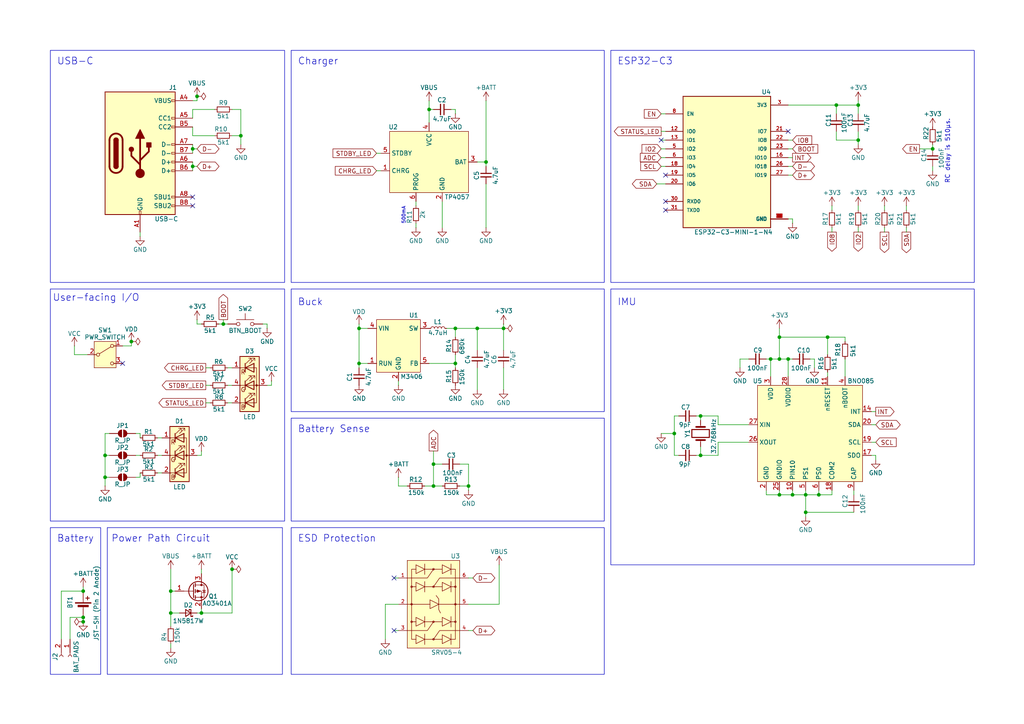
<source format=kicad_sch>
(kicad_sch (version 20231120) (generator "eeschema") (generator_version "8.0")
  (paper "A4")
  (lib_symbols
    (symbol "+3V3_1" (power) (pin_numbers hide) (pin_names (offset 0) hide)
      (property "Value" "+3V3" (at 0 3.556 0))
      (symbol "+3V3_1_1_1"
        (pin power_in line (at 0 0 90) (length 0) (name "~") (number "1"))
      )
    )
    (symbol "+BATT_1" (power) (pin_numbers hide) (pin_names (offset 0) hide)
      (property "Value" "+BATT" (at 0 3.556 0))
      (symbol "+BATT_1_1_1"
        (pin power_in line (at 0 0 90) (length 0) (name "~") (number "1"))
      )
    )
    (symbol "Connector:Conn_01x02_Socket" (pin_names (offset 1.016) hide)
      (property "Reference" "J" (at 0 2.54 0))
      (property "Value" "Conn_01x02_Socket" (at 0 -5.08 0))
      (symbol "Conn_01x02_Socket_1_1"
        (pin passive line (at -5.08 0 0) (length 3.81) (name "Pin_1") (number "1"))
        (pin passive line (at -5.08 -2.54 0) (length 3.81) (name "Pin_2") (number "2"))
      )
    )
    (symbol "GND_2" (power) (pin_numbers hide) (pin_names (offset 0) hide)
      (property "Value" "GND" (at 0 -3.81 0))
      (symbol "GND_2_1_1"
        (pin power_in line (at 0 0 270) (length 0) (name "~") (number "1"))
      )
    )
    (symbol "Topaz's Symbols:+3V3" (power) (pin_names (offset 0))
      (property "Value" "+3V3" (at 0 3.556 0))
      (symbol "+3V3_1_1"
        (pin power_in line (at 0 0 90) (length 0) hide (name "+3V3") (number "1"))
      )
    )
    (symbol "Topaz's Symbols:AO3401A" (pin_names hide)
      (property "Reference" "Q" (at 5.08 1.905 0))
      (property "Value" "AO3401A" (at 5.08 0 0))
      (symbol "AO3401A_1_1"
        (pin input line (at -5.08 0 0) (length 2.54) (name "G") (number "1"))
        (pin passive line (at 2.54 -5.08 90) (length 2.54) (name "S") (number "2"))
        (pin passive line (at 2.54 5.08 270) (length 2.54) (name "D") (number "3"))
      )
    )
    (symbol "Topaz's Symbols:BNO085"
      (property "Reference" "U" (at 0 0 0))
      (property "Value" "BNO085" (at 0 -2.54 0))
      (symbol "BNO085_1_1"
        (pin input line (at -5.08 -16.51 90) (length 2.54) (name "PIN10") (number "10"))
        (pin input line (at 5.08 16.51 270) (length 2.54) (name "nRESET") (number "11"))
        (pin bidirectional line (at 17.78 6.35 180) (length 2.54) (name "INT") (number "14"))
        (pin power_in line (at 17.78 -6.35 180) (length 2.54) (name "SDO") (number "17"))
        (pin input line (at 6.35 -16.51 90) (length 2.54) (name "COM2") (number "18"))
        (pin input line (at 17.78 -2.54 180) (length 2.54) (name "SCL") (number "19"))
        (pin power_in line (at -12.7 -16.51 90) (length 2.54) (name "GND") (number "2"))
        (pin bidirectional line (at 17.78 2.54 180) (length 2.54) (name "SDA") (number "20"))
        (pin power_in line (at -8.89 -16.51 90) (length 2.54) (name "GNDIO") (number "25"))
        (pin bidirectional line (at -17.78 -2.54 0) (length 2.54) (name "XOUT") (number "26"))
        (pin bidirectional line (at -17.78 2.54 0) (length 2.54) (name "XIN") (number "27"))
        (pin power_in line (at -6.35 16.51 270) (length 2.54) (name "VDDIO") (number "28"))
        (pin power_in line (at -11.43 16.51 270) (length 2.54) (name "VDD") (number "3"))
        (pin input line (at 10.16 16.51 270) (length 2.54) (name "nBOOT") (number "4"))
        (pin input line (at -1.27 -16.51 90) (length 2.54) (name "PS1") (number "5"))
        (pin input line (at 2.54 -16.51 90) (length 2.54) (name "PS0") (number "6"))
        (pin power_out line (at 12.7 -16.51 90) (length 2.54) (name "CAP") (number "9"))
      )
    )
    (symbol "Topaz's Symbols:Battery_Cell" (pin_numbers hide) (pin_names (offset 0) hide)
      (property "Reference" "BT" (at 2.54 2.54 0))
      (property "Value" "Battery_Cell" (at 2.54 0 0))
      (symbol "Battery_Cell_1_1"
        (pin passive line (at 0 5.08 270) (length 2.54) (name "+") (number "1"))
        (pin passive line (at 0 -2.54 90) (length 2.54) (name "-") (number "2"))
      )
    )
    (symbol "Topaz's Symbols:C_Small" (pin_numbers hide) (pin_names (offset 0.254) hide)
      (property "Reference" "C" (at 0.254 1.778 0))
      (property "Value" "C_Small" (at 0.254 -2.032 0))
      (symbol "C_Small_1_1"
        (pin passive line (at 0 2.54 270) (length 2.032) (name "~") (number "1"))
        (pin passive line (at 0 -2.54 90) (length 2.032) (name "~") (number "2"))
      )
    )
    (symbol "Topaz's Symbols:Crystal" (pin_numbers hide) (pin_names (offset 1.016) hide)
      (property "Reference" "Y" (at 0 3.81 0))
      (property "Value" "Crystal" (at 0 -3.81 0))
      (symbol "Crystal_1_1"
        (pin passive line (at -3.81 0 0) (length 1.27) (name "1") (number "1"))
        (pin passive line (at 3.81 0 180) (length 1.27) (name "2") (number "2"))
      )
    )
    (symbol "Topaz's Symbols:D_Schottky_Small" (pin_numbers hide) (pin_names (offset 0.254) hide)
      (property "Reference" "D" (at -1.27 2.032 0))
      (property "Value" "D_Schottky_Small" (at -7.112 -2.032 0))
      (symbol "D_Schottky_Small_1_1"
        (pin passive line (at -2.54 0 0) (length 1.778) (name "K") (number "1"))
        (pin passive line (at 2.54 0 180) (length 1.778) (name "A") (number "2"))
      )
    )
    (symbol "Topaz's Symbols:ESP32-C3-MINI-1-N4" (pin_names (offset 1.016))
      (property "Reference" "U" (at -12.7 18.796 0))
      (property "Value" "ESP32-C3-MINI-1-N4" (at -12.7 -22.86 0))
      (symbol "ESP32-C3-MINI-1-N4_0_0"
        (pin power_in line (at 17.78 -17.78 180) (length 5.08) (name "GND") (number "1"))
        (pin power_in line (at 17.78 -17.78 180) (length 5.08) (name "GND") (number "11"))
        (pin bidirectional line (at -17.78 7.62 0) (length 5.08) (name "IO0") (number "12"))
        (pin bidirectional line (at -17.78 5.08 0) (length 5.08) (name "IO1") (number "13"))
        (pin power_in line (at 17.78 -17.78 180) (length 5.08) (name "GND") (number "14"))
        (pin bidirectional line (at 17.78 0 180) (length 5.08) (name "IO10") (number "16"))
        (pin bidirectional line (at -17.78 -2.54 0) (length 5.08) (name "IO4") (number "18"))
        (pin bidirectional line (at -17.78 -5.08 0) (length 5.08) (name "IO5") (number "19"))
        (pin power_in line (at 17.78 -17.78 180) (length 5.08) (name "GND") (number "2"))
        (pin bidirectional line (at -17.78 -7.62 0) (length 5.08) (name "IO6") (number "20"))
        (pin bidirectional line (at 17.78 7.62 180) (length 5.08) (name "IO7") (number "21"))
        (pin bidirectional line (at 17.78 5.08 180) (length 5.08) (name "IO8") (number "22"))
        (pin bidirectional line (at 17.78 2.54 180) (length 5.08) (name "IO9") (number "23"))
        (pin bidirectional line (at 17.78 -2.54 180) (length 5.08) (name "IO18") (number "26"))
        (pin bidirectional line (at 17.78 -5.08 180) (length 5.08) (name "IO19") (number "27"))
        (pin power_in line (at 17.78 15.24 180) (length 5.08) (name "3V3") (number "3"))
        (pin bidirectional line (at -17.78 -12.7 0) (length 5.08) (name "RXD0") (number "30"))
        (pin bidirectional line (at -17.78 -15.24 0) (length 5.08) (name "TXD0") (number "31"))
        (pin power_in line (at 17.78 -17.78 180) (length 5.08) (name "GND") (number "36"))
        (pin power_in line (at 17.78 -17.78 180) (length 5.08) (name "GND") (number "37"))
        (pin power_in line (at 17.78 -17.78 180) (length 5.08) (name "GND") (number "38"))
        (pin power_in line (at 17.78 -17.78 180) (length 5.08) (name "GND") (number "39"))
        (pin power_in line (at 17.78 -17.78 180) (length 5.08) (name "GND") (number "40"))
        (pin power_in line (at 17.78 -17.78 180) (length 5.08) (name "GND") (number "41"))
        (pin power_in line (at 17.78 -17.78 180) (length 5.08) (name "GND") (number "42"))
        (pin power_in line (at 17.78 -17.78 180) (length 5.08) (name "GND") (number "43"))
        (pin power_in line (at 17.78 -17.78 180) (length 5.08) (name "GND") (number "44"))
        (pin power_in line (at 17.78 -17.78 180) (length 5.08) (name "GND") (number "45"))
        (pin power_in line (at 17.78 -17.78 180) (length 5.08) (name "GND") (number "46"))
        (pin power_in line (at 17.78 -17.78 180) (length 5.08) (name "GND") (number "47"))
        (pin power_in line (at 17.78 -17.78 180) (length 5.08) (name "GND") (number "48"))
        (pin bidirectional line (at -17.78 2.54 0) (length 5.08) (name "IO2") (number "5"))
        (pin power_in line (at 17.78 -17.78 180) (length 5.08) (name "GND") (number "50"))
        (pin power_in line (at 17.78 -17.78 180) (length 5.08) (name "GND") (number "51"))
        (pin power_in line (at 17.78 -17.78 180) (length 5.08) (name "GND") (number "52"))
        (pin power_in line (at 17.78 -17.78 180) (length 5.08) (name "GND") (number "53"))
        (pin bidirectional line (at -17.78 0 0) (length 5.08) (name "IO3") (number "6"))
        (pin input line (at -17.78 12.7 0) (length 5.08) (name "EN") (number "8"))
      )
      (symbol "ESP32-C3-MINI-1-N4_1_0"
        (pin power_in line (at 17.78 -17.78 180) (length 5.08) (name "GND") (number "49"))
      )
    )
    (symbol "Topaz's Symbols:GND" (power) (pin_names (offset 0))
      (property "Value" "GND" (at 0 -3.81 0))
      (symbol "GND_1_1"
        (pin power_in line (at 0 0 270) (length 0) hide (name "GND") (number "1"))
      )
    )
    (symbol "Topaz's Symbols:LED_RBAG" (pin_names (offset 0) hide)
      (property "Reference" "D" (at 0 9.398 0))
      (property "Value" "LED_RBAG" (at 0 -8.89 0))
      (symbol "LED_RBAG_0_0"
        (text "B" (at -1.905 -6.35 0) (effects (font (size 1.27 1.27))))
        (text "G" (at -1.905 -1.27 0) (effects (font (size 1.27 1.27))))
        (text "R" (at -1.905 3.81 0) (effects (font (size 1.27 1.27))))
      )
      (symbol "LED_RBAG_1_1"
        (pin passive line (at -5.08 5.08 0) (length 2.54) (name "RK") (number "1"))
        (pin passive line (at -5.08 -5.08 0) (length 2.54) (name "BK") (number "2"))
        (pin passive line (at 5.08 0 180) (length 2.54) (name "A") (number "3"))
        (pin passive line (at -5.08 0 0) (length 2.54) (name "GK") (number "4"))
      )
    )
    (symbol "Topaz's Symbols:L_Small" (pin_numbers hide) (pin_names (offset 0.254) hide)
      (property "Reference" "L" (at 0.762 1.016 0))
      (property "Value" "L_Small" (at 0.762 -1.016 0))
      (symbol "L_Small_1_1"
        (pin passive line (at 0 2.54 270) (length 0.508) (name "~") (number "1"))
        (pin passive line (at 0 -2.54 90) (length 0.508) (name "~") (number "2"))
      )
    )
    (symbol "Topaz's Symbols:M3406"
      (property "Reference" "U" (at -4.445 8.89 0))
      (property "Value" "M3406" (at 3.175 8.89 0))
      (symbol "M3406_1_1"
        (pin input line (at -8.89 -5.08 0) (length 2.54) (name "RUN") (number "1"))
        (pin power_in line (at 0 -10.16 90) (length 2.54) (name "GND") (number "2"))
        (pin output line (at 8.89 5.08 180) (length 2.54) (name "SW") (number "3"))
        (pin power_in line (at -8.89 5.08 0) (length 2.54) (name "VIN") (number "4"))
        (pin input line (at 8.89 -5.08 180) (length 2.54) (name "FB") (number "5"))
      )
    )
    (symbol "Topaz's Symbols:PWR_FLAG" (power) (pin_numbers hide) (pin_names (offset 0) hide)
      (property "Value" "PWR_FLAG" (at 0 3.81 0))
      (symbol "PWR_FLAG_0_0"
        (pin power_out line (at 0 0 90) (length 0) (name "~") (number "1"))
      )
    )
    (symbol "Topaz's Symbols:R_Small" (pin_numbers hide) (pin_names (offset 0.254) hide)
      (property "Reference" "R" (at 0.762 0.508 0))
      (property "Value" "R_Small" (at 0.762 -1.016 0))
      (symbol "R_Small_1_1"
        (pin passive line (at 0 2.54 270) (length 0.762) (name "~") (number "1"))
        (pin passive line (at 0 -2.54 90) (length 0.762) (name "~") (number "2"))
      )
    )
    (symbol "Topaz's Symbols:SRV05-4_C558418" (pin_names hide)
      (property "Reference" "U" (at 0 1.27 0))
      (property "Value" "SRV05-4_C558418" (at 0 -2.54 0))
      (symbol "SRV05-4_C558418_1_1"
        (pin input line (at -7.62 -10.16 90) (length 2.54) (name "1") (number "1"))
        (pin power_in line (at 0 -10.16 90) (length 2.54) (name "2") (number "2"))
        (pin input line (at 7.62 -10.16 90) (length 2.54) (name "3") (number "3"))
        (pin input line (at 7.62 10.16 270) (length 2.54) (name "4") (number "4"))
        (pin power_in line (at 0 10.16 270) (length 2.54) (name "5") (number "5"))
        (pin input line (at -7.62 10.16 270) (length 2.54) (name "6") (number "6"))
      )
    )
    (symbol "Topaz's Symbols:SW_Push" (pin_numbers hide) (pin_names (offset 1.016) hide)
      (property "Reference" "SW" (at 1.27 2.54 0))
      (property "Value" "SW_Push" (at 0 -1.524 0))
      (symbol "SW_Push_0_1"
        (pin passive line (at -5.08 0 0) (length 2.54) (name "1") (number "1"))
        (pin passive line (at 5.08 0 180) (length 2.54) (name "2") (number "2"))
      )
    )
    (symbol "Topaz's Symbols:SW_SPDT" (pin_names (offset 0) hide)
      (property "Reference" "SW" (at 0 5.08 0))
      (property "Value" "SW_SPDT" (at 0 -5.08 0))
      (symbol "SW_SPDT_1_1"
        (pin passive line (at 5.08 2.54 180) (length 2.54) (name "A") (number "1"))
        (pin passive line (at -5.08 0 0) (length 2.54) (name "B") (number "2"))
        (pin passive line (at 5.08 -2.54 180) (length 2.54) (name "C") (number "3"))
      )
    )
    (symbol "Topaz's Symbols:SolderJumper_2_Open" (pin_numbers hide) (pin_names (offset 0) hide) (exclude_from_sim yes) (in_bom no)
      (property "Reference" "JP" (at 0 2.032 0))
      (property "Value" "SolderJumper_2_Open" (at 0 -2.54 0))
      (symbol "SolderJumper_2_Open_1_1"
        (pin passive line (at -3.81 0 0) (length 2.54) (name "A") (number "1"))
        (pin passive line (at 3.81 0 180) (length 2.54) (name "B") (number "2"))
      )
    )
    (symbol "Topaz's Symbols:TP4057"
      (property "Reference" "U" (at 10.668 10.16 0))
      (property "Value" "TP4057" (at -8.128 9.906 0))
      (symbol "TP4057_1_1"
        (pin input line (at -13.97 -2.54 0) (length 2.54) (name "CHRG") (number "1"))
        (pin power_in line (at 3.81 -11.43 90) (length 2.54) (name "GND") (number "2"))
        (pin power_out line (at 13.97 0 180) (length 2.54) (name "BAT") (number "3"))
        (pin power_in line (at 0 11.43 270) (length 2.54) (name "VCC") (number "4"))
        (pin input line (at -13.97 2.54 0) (length 2.54) (name "STDBY") (number "5"))
        (pin input line (at -3.81 -11.43 90) (length 2.54) (name "PROG") (number "6"))
      )
    )
    (symbol "Topaz's Symbols:USB_C_Receptacle_USB2.0" (pin_names (offset 1.016))
      (property "Reference" "J1" (at 0 22.86 0))
      (property "Value" "USB_C_Receptacle_USB2.0" (at 0 20.32 0))
      (symbol "USB_C_Receptacle_USB2.0_1_1"
        (pin passive line (at 0 -22.86 90) (length 5.08) (name "GND") (number "A1"))
        (pin passive line (at 15.24 15.24 180) (length 5.08) (name "VBUS") (number "A4"))
        (pin bidirectional line (at 15.24 10.16 180) (length 5.08) (name "CC1") (number "A5"))
        (pin bidirectional line (at 15.24 -2.54 180) (length 5.08) (name "D+") (number "A6"))
        (pin bidirectional line (at 15.24 2.54 180) (length 5.08) (name "D-") (number "A7"))
        (pin bidirectional line (at 15.24 -12.7 180) (length 5.08) (name "SBU1") (number "A8"))
        (pin bidirectional line (at 15.24 7.62 180) (length 5.08) (name "CC2") (number "B5"))
        (pin bidirectional line (at 15.24 -5.08 180) (length 5.08) (name "D+") (number "B6"))
        (pin bidirectional line (at 15.24 0 180) (length 5.08) (name "D-") (number "B7"))
        (pin bidirectional line (at 15.24 -15.24 180) (length 5.08) (name "SBU2") (number "B8"))
      )
    )
    (symbol "Topaz's Symbols:VCC" (power) (pin_numbers hide) (pin_names (offset 0) hide)
      (property "Value" "VCC" (at 0 3.556 0))
      (symbol "VCC_1_1"
        (pin power_in line (at 0 0 90) (length 0) (name "~") (number "1"))
      )
    )
    (symbol "Topaz's Symbols:VDD" (power) (pin_numbers hide) (pin_names (offset 0) hide)
      (property "Value" "VDD" (at 0 3.556 0))
      (symbol "VDD_1_1"
        (pin power_in line (at 0 0 90) (length 0) (name "~") (number "1"))
      )
    )
    (symbol "VBUS_1" (power) (pin_numbers hide) (pin_names (offset 0) hide)
      (property "Value" "VBUS" (at 0 3.556 0))
      (symbol "VBUS_1_1_1"
        (pin power_in line (at 0 0 90) (length 0) (name "~") (number "1"))
      )
    )
    (symbol "VBUS_2" (power) (pin_numbers hide) (pin_names (offset 0) hide)
      (property "Value" "VBUS" (at 0 3.556 0))
      (symbol "VBUS_2_1_1"
        (pin power_in line (at 0 0 90) (length 0) (name "~") (number "1"))
      )
    )
  )
  (junction (at 49.53 177.8))
  (junction (at 233.68 148.59))
  (junction (at 49.53 171.45))
  (junction (at 58.42 177.8))
  (junction (at 135.89 140.97))
  (junction (at 30.48 138.43))
  (junction (at 38.1 99.06))
  (junction (at 24.13 180.34))
  (junction (at 242.57 30.48))
  (junction (at 138.43 95.25))
  (junction (at 240.03 97.79))
  (junction (at 132.08 105.41))
  (junction (at 55.88 48.26))
  (junction (at 237.49 143.51))
  (junction (at 203.2 132.08))
  (junction (at 67.31 165.1))
  (junction (at 248.92 40.64))
  (junction (at 270.51 43.18))
  (junction (at 223.52 104.14))
  (junction (at 124.46 31.75))
  (junction (at 229.87 143.51))
  (junction (at 69.85 39.37))
  (junction (at 248.92 30.48))
  (junction (at 195.58 125.73))
  (junction (at 30.48 132.08))
  (junction (at 146.05 95.25))
  (junction (at 104.14 105.41))
  (junction (at 132.08 95.25))
  (junction (at 64.77 93.98))
  (junction (at 55.88 43.18))
  (junction (at 125.73 134.62))
  (junction (at 57.15 27.94))
  (junction (at 226.06 143.51))
  (junction (at 228.6 104.14))
  (junction (at 203.2 120.65))
  (junction (at 233.68 143.51))
  (junction (at 226.06 97.79))
  (junction (at 104.14 95.25))
  (junction (at 125.73 140.97))
  (junction (at 24.13 171.45))
  (junction (at 24.13 179.07))
  (junction (at 140.97 46.99))
  (junction (at 226.06 104.14))
  (no_connect (at 55.88 57.15))
  (no_connect (at 193.04 58.42))
  (no_connect (at 191.77 40.64))
  (no_connect (at 193.04 60.96))
  (no_connect (at 55.88 59.69))
  (no_connect (at 193.04 50.8))
  (no_connect (at 228.6 38.1))
  (no_connect (at 114.3 167.64))
  (no_connect (at 35.56 105.41))
  (no_connect (at 114.3 182.88))
  (wire (pts (xy 208.28 123.19) (xy 208.28 120.65)))
  (wire (pts (xy 191.77 43.18) (xy 193.04 43.18)))
  (wire (pts (xy 115.57 110.49) (xy 115.57 111.76)))
  (wire (pts (xy 135.89 142.24) (xy 135.89 140.97)))
  (wire (pts (xy 228.6 109.22) (xy 228.6 104.14)))
  (wire (pts (xy 228.6 63.5) (xy 229.87 63.5)))
  (wire (pts (xy 63.5 93.98) (xy 64.77 93.98)))
  (wire (pts (xy 39.37 132.08) (xy 40.64 132.08)))
  (wire (pts (xy 59.69 111.76) (xy 60.96 111.76)))
  (wire (pts (xy 111.76 185.42) (xy 111.76 175.26)))
  (wire (pts (xy 248.92 33.02) (xy 248.92 30.48)))
  (wire (pts (xy 248.92 40.64) (xy 248.92 41.91)))
  (wire (pts (xy 55.88 39.37) (xy 55.88 36.83)))
  (wire (pts (xy 138.43 95.25) (xy 146.05 95.25)))
  (wire (pts (xy 49.53 177.8) (xy 49.53 181.61)))
  (wire (pts (xy 25.4 102.87) (xy 21.59 102.87)))
  (wire (pts (xy 248.92 67.31) (xy 248.92 66.04)))
  (wire (pts (xy 58.42 177.8) (xy 58.42 176.53)))
  (wire (pts (xy 20.32 185.42) (xy 20.32 179.07)))
  (wire (pts (xy 140.97 46.99) (xy 140.97 48.26)))
  (wire (pts (xy 35.56 100.33) (xy 38.1 100.33)))
  (wire (pts (xy 270.51 41.91) (xy 270.51 43.18)))
  (wire (pts (xy 208.28 120.65) (xy 203.2 120.65)))
  (wire (pts (xy 208.28 132.08) (xy 203.2 132.08)))
  (wire (pts (xy 241.3 67.31) (xy 241.3 66.04)))
  (wire (pts (xy 57.15 92.71) (xy 57.15 93.98)))
  (wire (pts (xy 49.53 177.8) (xy 52.07 177.8)))
  (wire (pts (xy 20.32 179.07) (xy 24.13 179.07)))
  (wire (pts (xy 125.73 140.97) (xy 128.27 140.97)))
  (wire (pts (xy 55.88 43.18) (xy 57.15 43.18)))
  (wire (pts (xy 76.2 93.98) (xy 77.47 93.98)))
  (wire (pts (xy 138.43 106.68) (xy 138.43 113.03)))
  (wire (pts (xy 124.46 31.75) (xy 125.73 31.75)))
  (wire (pts (xy 66.04 116.84) (xy 67.31 116.84)))
  (wire (pts (xy 228.6 40.64) (xy 229.87 40.64)))
  (wire (pts (xy 270.51 48.26) (xy 270.51 49.53)))
  (wire (pts (xy 144.78 163.83) (xy 144.78 175.26)))
  (wire (pts (xy 217.17 128.27) (xy 208.28 128.27)))
  (wire (pts (xy 58.42 165.1) (xy 58.42 166.37)))
  (wire (pts (xy 49.53 171.45) (xy 49.53 177.8)))
  (wire (pts (xy 30.48 125.73) (xy 30.48 132.08)))
  (wire (pts (xy 57.15 177.8) (xy 58.42 177.8)))
  (wire (pts (xy 223.52 109.22) (xy 223.52 104.14)))
  (wire (pts (xy 49.53 186.69) (xy 49.53 187.96)))
  (wire (pts (xy 120.65 64.77) (xy 120.65 66.04)))
  (wire (pts (xy 31.75 125.73) (xy 30.48 125.73)))
  (wire (pts (xy 234.95 104.14) (xy 236.22 104.14)))
  (wire (pts (xy 233.68 148.59) (xy 247.65 148.59)))
  (wire (pts (xy 77.47 93.98) (xy 77.47 95.25)))
  (wire (pts (xy 62.23 39.37) (xy 55.88 39.37)))
  (wire (pts (xy 77.47 111.76) (xy 78.74 111.76)))
  (wire (pts (xy 24.13 170.18) (xy 24.13 171.45)))
  (wire (pts (xy 195.58 125.73) (xy 195.58 132.08)))
  (wire (pts (xy 114.3 182.88) (xy 115.57 182.88)))
  (wire (pts (xy 233.68 149.86) (xy 233.68 148.59)))
  (wire (pts (xy 38.1 100.33) (xy 38.1 99.06)))
  (wire (pts (xy 222.25 143.51) (xy 226.06 143.51)))
  (wire (pts (xy 128.27 58.42) (xy 128.27 66.04)))
  (wire (pts (xy 237.49 143.51) (xy 237.49 142.24)))
  (wire (pts (xy 133.35 140.97) (xy 135.89 140.97)))
  (wire (pts (xy 67.31 31.75) (xy 69.85 31.75)))
  (wire (pts (xy 195.58 132.08) (xy 196.85 132.08)))
  (wire (pts (xy 245.11 99.06) (xy 245.11 97.79)))
  (wire (pts (xy 252.73 128.27) (xy 254 128.27)))
  (wire (pts (xy 66.04 111.76) (xy 67.31 111.76)))
  (wire (pts (xy 125.73 140.97) (xy 123.19 140.97)))
  (wire (pts (xy 228.6 30.48) (xy 242.57 30.48)))
  (wire (pts (xy 30.48 132.08) (xy 31.75 132.08)))
  (wire (pts (xy 69.85 31.75) (xy 69.85 39.37)))
  (wire (pts (xy 233.68 143.51) (xy 233.68 142.24)))
  (wire (pts (xy 55.88 43.18) (xy 55.88 41.91)))
  (wire (pts (xy 59.69 116.84) (xy 60.96 116.84)))
  (wire (pts (xy 191.77 125.73) (xy 195.58 125.73)))
  (wire (pts (xy 144.78 175.26) (xy 135.89 175.26)))
  (wire (pts (xy 55.88 48.26) (xy 57.15 48.26)))
  (wire (pts (xy 39.37 138.43) (xy 40.64 138.43)))
  (wire (pts (xy 214.63 104.14) (xy 214.63 106.68)))
  (wire (pts (xy 64.77 92.71) (xy 64.77 93.98)))
  (wire (pts (xy 50.8 171.45) (xy 49.53 171.45)))
  (wire (pts (xy 229.87 143.51) (xy 233.68 143.51)))
  (wire (pts (xy 203.2 120.65) (xy 203.2 121.92)))
  (wire (pts (xy 55.88 44.45) (xy 55.88 43.18)))
  (wire (pts (xy 104.14 95.25) (xy 104.14 105.41)))
  (wire (pts (xy 138.43 95.25) (xy 138.43 101.6)))
  (wire (pts (xy 40.64 138.43) (xy 40.64 137.16)))
  (wire (pts (xy 228.6 43.18) (xy 229.87 43.18)))
  (wire (pts (xy 125.73 134.62) (xy 125.73 140.97)))
  (wire (pts (xy 125.73 130.81) (xy 125.73 134.62)))
  (wire (pts (xy 59.69 106.68) (xy 60.96 106.68)))
  (wire (pts (xy 254 132.08) (xy 254 133.35)))
  (wire (pts (xy 55.88 31.75) (xy 55.88 34.29)))
  (wire (pts (xy 40.64 68.58) (xy 40.64 67.31)))
  (wire (pts (xy 132.08 97.79) (xy 132.08 95.25)))
  (wire (pts (xy 104.14 93.98) (xy 104.14 95.25)))
  (wire (pts (xy 57.15 93.98) (xy 58.42 93.98)))
  (wire (pts (xy 191.77 40.64) (xy 193.04 40.64)))
  (wire (pts (xy 228.6 45.72) (xy 229.87 45.72)))
  (wire (pts (xy 69.85 41.91) (xy 69.85 39.37)))
  (wire (pts (xy 132.08 105.41) (xy 132.08 106.68)))
  (wire (pts (xy 125.73 134.62) (xy 128.27 134.62)))
  (wire (pts (xy 228.6 104.14) (xy 229.87 104.14)))
  (wire (pts (xy 104.14 95.25) (xy 106.68 95.25)))
  (wire (pts (xy 120.65 58.42) (xy 120.65 59.69)))
  (wire (pts (xy 130.81 31.75) (xy 132.08 31.75)))
  (wire (pts (xy 252.73 123.19) (xy 254 123.19)))
  (wire (pts (xy 236.22 104.14) (xy 236.22 106.68)))
  (wire (pts (xy 252.73 132.08) (xy 254 132.08)))
  (wire (pts (xy 137.16 182.88) (xy 135.89 182.88)))
  (wire (pts (xy 66.04 93.98) (xy 64.77 93.98)))
  (wire (pts (xy 262.89 67.31) (xy 262.89 66.04)))
  (wire (pts (xy 140.97 53.34) (xy 140.97 66.04)))
  (wire (pts (xy 140.97 29.21) (xy 140.97 46.99)))
  (wire (pts (xy 240.03 107.95) (xy 240.03 109.22)))
  (wire (pts (xy 242.57 30.48) (xy 248.92 30.48)))
  (wire (pts (xy 58.42 177.8) (xy 67.31 177.8)))
  (wire (pts (xy 223.52 104.14) (xy 222.25 104.14)))
  (wire (pts (xy 40.64 125.73) (xy 40.64 127)))
  (wire (pts (xy 229.87 143.51) (xy 229.87 142.24)))
  (wire (pts (xy 242.57 40.64) (xy 242.57 38.1)))
  (wire (pts (xy 111.76 175.26) (xy 115.57 175.26)))
  (wire (pts (xy 17.78 185.42) (xy 17.78 171.45)))
  (wire (pts (xy 124.46 105.41) (xy 132.08 105.41)))
  (wire (pts (xy 217.17 104.14) (xy 214.63 104.14)))
  (wire (pts (xy 245.11 104.14) (xy 245.11 109.22)))
  (wire (pts (xy 45.72 132.08) (xy 46.99 132.08)))
  (wire (pts (xy 24.13 180.34) (xy 24.13 179.07)))
  (wire (pts (xy 195.58 120.65) (xy 195.58 125.73)))
  (wire (pts (xy 132.08 95.25) (xy 138.43 95.25)))
  (wire (pts (xy 226.06 104.14) (xy 226.06 97.79)))
  (wire (pts (xy 129.54 95.25) (xy 132.08 95.25)))
  (wire (pts (xy 248.92 29.21) (xy 248.92 30.48)))
  (wire (pts (xy 245.11 97.79) (xy 240.03 97.79)))
  (wire (pts (xy 242.57 40.64) (xy 248.92 40.64)))
  (wire (pts (xy 233.68 143.51) (xy 237.49 143.51)))
  (wire (pts (xy 228.6 104.14) (xy 226.06 104.14)))
  (wire (pts (xy 252.73 119.38) (xy 254 119.38)))
  (wire (pts (xy 69.85 39.37) (xy 67.31 39.37)))
  (wire (pts (xy 49.53 171.45) (xy 49.53 165.1)))
  (wire (pts (xy 256.54 67.31) (xy 256.54 66.04)))
  (wire (pts (xy 133.35 134.62) (xy 135.89 134.62)))
  (wire (pts (xy 241.3 143.51) (xy 241.3 142.24)))
  (wire (pts (xy 114.3 167.64) (xy 115.57 167.64)))
  (wire (pts (xy 30.48 132.08) (xy 30.48 138.43)))
  (wire (pts (xy 109.22 44.45) (xy 110.49 44.45)))
  (wire (pts (xy 266.7 43.18) (xy 270.51 43.18)))
  (wire (pts (xy 137.16 167.64) (xy 135.89 167.64)))
  (wire (pts (xy 30.48 138.43) (xy 31.75 138.43)))
  (wire (pts (xy 124.46 31.75) (xy 124.46 35.56)))
  (wire (pts (xy 248.92 60.96) (xy 248.92 59.69)))
  (wire (pts (xy 190.5 53.34) (xy 193.04 53.34)))
  (wire (pts (xy 191.77 33.02) (xy 193.04 33.02)))
  (wire (pts (xy 138.43 46.99) (xy 140.97 46.99)))
  (wire (pts (xy 146.05 95.25) (xy 146.05 101.6)))
  (wire (pts (xy 233.68 143.51) (xy 233.68 148.59)))
  (wire (pts (xy 237.49 143.51) (xy 241.3 143.51)))
  (wire (pts (xy 39.37 125.73) (xy 40.64 125.73)))
  (wire (pts (xy 229.87 63.5) (xy 229.87 64.77)))
  (wire (pts (xy 124.46 29.21) (xy 124.46 31.75)))
  (wire (pts (xy 55.88 31.75) (xy 62.23 31.75)))
  (wire (pts (xy 201.93 120.65) (xy 203.2 120.65)))
  (wire (pts (xy 228.6 50.8) (xy 229.87 50.8)))
  (wire (pts (xy 195.58 120.65) (xy 196.85 120.65)))
  (wire (pts (xy 57.15 27.94) (xy 57.15 29.21)))
  (wire (pts (xy 146.05 93.98) (xy 146.05 95.25)))
  (wire (pts (xy 223.52 104.14) (xy 226.06 104.14)))
  (wire (pts (xy 262.89 60.96) (xy 262.89 59.69)))
  (wire (pts (xy 242.57 33.02) (xy 242.57 30.48)))
  (wire (pts (xy 55.88 46.99) (xy 55.88 48.26)))
  (wire (pts (xy 104.14 106.68) (xy 104.14 105.41)))
  (wire (pts (xy 226.06 143.51) (xy 229.87 143.51)))
  (wire (pts (xy 203.2 132.08) (xy 203.2 129.54)))
  (wire (pts (xy 17.78 171.45) (xy 24.13 171.45)))
  (wire (pts (xy 57.15 29.21) (xy 55.88 29.21)))
  (wire (pts (xy 217.17 123.19) (xy 208.28 123.19)))
  (wire (pts (xy 57.15 132.08) (xy 58.42 132.08)))
  (wire (pts (xy 21.59 102.87) (xy 21.59 100.33)))
  (wire (pts (xy 191.77 38.1) (xy 193.04 38.1)))
  (wire (pts (xy 115.57 140.97) (xy 118.11 140.97)))
  (wire (pts (xy 228.6 48.26) (xy 229.87 48.26)))
  (wire (pts (xy 45.72 137.16) (xy 46.99 137.16)))
  (wire (pts (xy 109.22 49.53) (xy 110.49 49.53)))
  (wire (pts (xy 55.88 48.26) (xy 55.88 49.53)))
  (wire (pts (xy 58.42 130.81) (xy 58.42 132.08)))
  (wire (pts (xy 240.03 102.87) (xy 240.03 97.79)))
  (wire (pts (xy 226.06 143.51) (xy 226.06 142.24)))
  (wire (pts (xy 241.3 60.96) (xy 241.3 59.69)))
  (wire (pts (xy 191.77 48.26) (xy 193.04 48.26)))
  (wire (pts (xy 67.31 165.1) (xy 67.31 177.8)))
  (wire (pts (xy 208.28 128.27) (xy 208.28 132.08)))
  (wire (pts (xy 146.05 106.68) (xy 146.05 113.03)))
  (wire (pts (xy 45.72 127) (xy 46.99 127)))
  (wire (pts (xy 78.74 110.49) (xy 78.74 111.76)))
  (wire (pts (xy 256.54 60.96) (xy 256.54 59.69)))
  (wire (pts (xy 248.92 38.1) (xy 248.92 40.64)))
  (wire (pts (xy 201.93 132.08) (xy 203.2 132.08)))
  (wire (pts (xy 132.08 31.75) (xy 132.08 33.02)))
  (wire (pts (xy 104.14 105.41) (xy 106.68 105.41)))
  (wire (pts (xy 30.48 138.43) (xy 30.48 140.97)))
  (wire (pts (xy 115.57 138.43) (xy 115.57 140.97)))
  (wire (pts (xy 132.08 105.41) (xy 132.08 102.87)))
  (wire (pts (xy 66.04 106.68) (xy 67.31 106.68)))
  (wire (pts (xy 226.06 95.25) (xy 226.06 97.79)))
  (wire (pts (xy 240.03 97.79) (xy 226.06 97.79)))
  (wire (pts (xy 191.77 45.72) (xy 193.04 45.72)))
  (wire (pts (xy 222.25 142.24) (xy 222.25 143.51)))
  (wire (pts (xy 135.89 134.62) (xy 135.89 140.97)))
  (wire (pts (xy 247.65 142.24) (xy 247.65 143.51)))
  (rectangle (start 14.605 153.035) (end 29.21 195.58))
  (rectangle (start 31.115 153.035) (end 81.915 195.58))
  (rectangle (start 84.455 153.035) (end 175.26 195.58))
  (rectangle (start 14.605 14.605) (end 82.55 81.915))
  (rectangle (start 177.165 14.605) (end 282.575 81.915))
  (rectangle (start 84.455 83.82) (end 175.26 119.38))
  (rectangle (start 84.455 121.285) (end 175.26 151.13))
  (rectangle (start 14.605 83.82) (end 82.55 151.13))
  (rectangle (start 84.455 14.605) (end 175.26 81.915))
  (rectangle (start 177.165 83.82) (end 282.575 163.83))
  (text "USB-C" (at 16.51 19.05 0) (effects (font (size 2 2)) (justify left bottom)))
  (text "RC delay is 510µs." (at 275.59 53.34 90) (effects (font (size 1.27 1.27)) (justify left bottom)))
  (text "Buck" (at 86.36 88.9 0) (effects (font (size 2 2)) (justify left bottom)))
  (text "User-facing I/O" (at 15.24 87.63 0) (effects (font (size 2 2)) (justify left bottom)))
  (text "ESP32-C3" (at 179.07 19.05 0) (effects (font (size 2 2)) (justify left bottom)))
  (text "500mA" (at 117.094 62.484 90) (effects (font (size 1 1))))
  (text "ESD Protection" (at 86.36 157.48 0) (effects (font (size 2 2)) (justify left bottom)))
  (text "Charger" (at 86.36 19.05 0) (effects (font (size 2 2)) (justify left bottom)))
  (text "Power Path Circuit" (at 32.258 157.48 0) (effects (font (size 2 2)) (justify left bottom)))
  (text "Battery Sense" (at 86.36 125.73 0) (effects (font (size 2 2)) (justify left bottom)))
  (text "Battery" (at 16.51 157.48 0) (effects (font (size 2 2)) (justify left bottom)))
  (text "IMU" (at 179.07 88.9 0) (effects (font (size 2 2)) (justify left bottom)))
  (global_label "BOOT" (shape output) (at 64.77 92.71 90) (property "Intersheetrefs" "${INTERSHEET_REFS}" (effects (hide yes))))
  (global_label "STDBY_LED" (shape input) (at 109.22 44.45 180) (property "Intersheetrefs" "${INTERSHEET_REFS}" (effects (hide yes))))
  (global_label "SCL" (shape output) (at 256.54 67.31 270) (property "Intersheetrefs" "${INTERSHEET_REFS}" (effects (hide yes))))
  (global_label "STATUS_LED" (shape output) (at 191.77 38.1 180) (property "Intersheetrefs" "${INTERSHEET_REFS}" (effects (hide yes))))
  (global_label "D-" (shape bidirectional) (at 57.15 43.18 0) (property "Intersheetrefs" "${INTERSHEET_REFS}" (effects (hide yes))))
  (global_label "ADC" (shape input) (at 191.77 45.72 180) (property "Intersheetrefs" "${INTERSHEET_REFS}" (effects (hide yes))))
  (global_label "IO2" (shape input) (at 191.77 43.18 180) (property "Intersheetrefs" "${INTERSHEET_REFS}" (effects (hide yes))))
  (global_label "D+" (shape bidirectional) (at 57.15 48.26 0) (property "Intersheetrefs" "${INTERSHEET_REFS}" (effects (hide yes))))
  (global_label "INT" (shape output) (at 229.87 45.72 0) (property "Intersheetrefs" "${INTERSHEET_REFS}" (effects (hide yes))))
  (global_label "D+" (shape bidirectional) (at 137.16 182.88 0) (property "Intersheetrefs" "${INTERSHEET_REFS}" (effects (hide yes))))
  (global_label "CHRG_LED" (shape input) (at 109.22 49.53 180) (property "Intersheetrefs" "${INTERSHEET_REFS}" (effects (hide yes))))
  (global_label "IO8" (shape input) (at 229.87 40.64 0) (property "Intersheetrefs" "${INTERSHEET_REFS}" (effects (hide yes))))
  (global_label "IO8" (shape output) (at 241.3 67.31 270) (property "Intersheetrefs" "${INTERSHEET_REFS}" (effects (hide yes))))
  (global_label "EN" (shape input) (at 191.77 33.02 180) (property "Intersheetrefs" "${INTERSHEET_REFS}" (effects (hide yes))))
  (global_label "SDA" (shape bidirectional) (at 190.5 53.34 180) (property "Intersheetrefs" "${INTERSHEET_REFS}" (effects (hide yes))))
  (global_label "INT" (shape output) (at 254 119.38 0) (property "Intersheetrefs" "${INTERSHEET_REFS}" (effects (hide yes))))
  (global_label "D+" (shape bidirectional) (at 229.87 50.8 0) (property "Intersheetrefs" "${INTERSHEET_REFS}" (effects (hide yes))))
  (global_label "SCL" (shape input) (at 254 128.27 0) (property "Intersheetrefs" "${INTERSHEET_REFS}" (effects (hide yes))))
  (global_label "STATUS_LED" (shape output) (at 59.69 116.84 180) (property "Intersheetrefs" "${INTERSHEET_REFS}" (effects (hide yes))))
  (global_label "SCL" (shape input) (at 191.77 48.26 180) (property "Intersheetrefs" "${INTERSHEET_REFS}" (effects (hide yes))))
  (global_label "IO2" (shape output) (at 248.92 67.31 270) (property "Intersheetrefs" "${INTERSHEET_REFS}" (effects (hide yes))))
  (global_label "STDBY_LED" (shape output) (at 59.69 111.76 180) (property "Intersheetrefs" "${INTERSHEET_REFS}" (effects (hide yes))))
  (global_label "SDA" (shape output) (at 262.89 67.31 270) (property "Intersheetrefs" "${INTERSHEET_REFS}" (effects (hide yes))))
  (global_label "D-" (shape bidirectional) (at 229.87 48.26 0) (property "Intersheetrefs" "${INTERSHEET_REFS}" (effects (hide yes))))
  (global_label "ADC" (shape output) (at 125.73 130.81 90) (property "Intersheetrefs" "${INTERSHEET_REFS}" (effects (hide yes))))
  (global_label "BOOT" (shape input) (at 229.87 43.18 0) (property "Intersheetrefs" "${INTERSHEET_REFS}" (effects (hide yes))))
  (global_label "SDA" (shape bidirectional) (at 254 123.19 0) (property "Intersheetrefs" "${INTERSHEET_REFS}" (effects (hide yes))))
  (global_label "CHRG_LED" (shape output) (at 59.69 106.68 180) (property "Intersheetrefs" "${INTERSHEET_REFS}" (effects (hide yes))))
  (global_label "EN" (shape output) (at 266.7 43.18 180) (property "Intersheetrefs" "${INTERSHEET_REFS}" (effects (hide yes))))
  (global_label "D-" (shape bidirectional) (at 137.16 167.64 0) (property "Intersheetrefs" "${INTERSHEET_REFS}" (effects (hide yes))))
  (symbol (lib_id "Topaz's Symbols:Crystal") (at 203.2 125.73 90) (unit 1)
    (property "Reference" "Y1" (at 199.39 124.46 0) (effects (justify right)))
    (property "Value" "32.768kHz" (at 207.01 121.412 0) (effects (justify right)))
    (property "Footprint" "Topaz's Footprints:Crystal_SMD_3215-2Pin_3.2x1.5mm" (effects (hide yes)))
    (property "MPN" "C479190" (effects (hide yes)))
  )
  (symbol (lib_id "Topaz's Symbols:C_Small") (at 130.81 134.62 270) (mirror x) (unit 1)
    (property "Reference" "C3" (at 129.54 132.08 90) (effects (justify left)))
    (property "Value" "100nF" (at 128.27 137.16 90) (effects (justify left)))
    (property "Footprint" "Topaz's Footprints:C_0603_1608Metric" (effects (hide yes)))
    (property "MPN" "C14663" (effects (hide yes)))
  )
  (symbol (lib_id "Topaz's Symbols:C_Small") (at 248.92 35.56 0) (unit 1)
    (property "Reference" "C13" (at 246.634 36.83 90) (effects (justify left)))
    (property "Value" "4.7uF" (at 251.46 38.354 90) (effects (justify left)))
    (property "Footprint" "Topaz's Footprints:C_0603_1608Metric" (effects (hide yes)))
    (property "MPN" "C19666" (effects (hide yes)))
  )
  (symbol (lib_name "GND_2") (lib_id "Topaz's Symbols:GND_2") (at 270.51 49.53 0) (unit 1)
    (property "Reference" "#PWR048" (effects (hide yes)))
    (property "Value" "GND" (at 270.51 53.34 0))
    (property "Description" "Power symbol creates a global label with name \"GND\" , ground" (effects (hide yes)))
  )
  (symbol (lib_id "Topaz's Symbols:R_Small") (at 256.54 63.5 180) (unit 1)
    (property "Reference" "R20" (at 254.635 63.5 90))
    (property "Value" "5k1" (at 258.445 63.5 90))
    (property "Footprint" "Topaz's Footprints:R_0603_1608Metric" (effects (hide yes)))
    (property "MPN" "C23186" (effects (hide yes)))
  )
  (symbol (lib_id "Topaz's Symbols:D_Schottky_Small") (at 54.61 177.8 180) (unit 1)
    (property "Reference" "D2" (at 54.61 175.514 0))
    (property "Value" "1N5817W" (at 54.61 180.086 0))
    (property "Footprint" "Topaz's Footprints:D_SOD-123" (effects (hide yes)))
    (property "Description" "Schottky diode, small symbol" (effects (hide yes)))
    (property "MPN" "C2828419" (effects (hide yes)))
  )
  (symbol (lib_name "+3V3_1") (lib_id "Topaz's Symbols:+3V3_1") (at 256.54 59.69 0) (unit 1)
    (property "Reference" "#PWR045" (effects (hide yes)))
    (property "Value" "+3V3" (at 256.54 55.88 0))
    (property "Description" "Power symbol creates a global label with name \"+3V3\"" (effects (hide yes)))
  )
  (symbol (lib_id "Topaz's Symbols:+3V3") (at 226.06 95.25 0) (unit 1)
    (property "Reference" "#PWR036" (effects (hide yes)))
    (property "Value" "+3V3" (at 226.06 91.44 0))
  )
  (symbol (lib_id "Topaz's Symbols:GND") (at 233.68 149.86 0) (unit 1)
    (property "Reference" "#PWR038" (effects (hide yes)))
    (property "Value" "GND" (at 233.68 153.67 0))
  )
  (symbol (lib_name "GND_2") (lib_id "Topaz's Symbols:GND_2") (at 24.13 180.34 0) (unit 1)
    (property "Reference" "#PWR03" (effects (hide yes)))
    (property "Value" "GND" (at 24.13 184.15 0))
    (property "Description" "Power symbol creates a global label with name \"GND\" , ground" (effects (hide yes)))
  )
  (symbol (lib_name "GND_2") (lib_id "Topaz's Symbols:GND_2") (at 135.89 142.24 0) (unit 1)
    (property "Reference" "#PWR027" (effects (hide yes)))
    (property "Value" "GND" (at 135.89 146.05 0))
    (property "Description" "Power symbol creates a global label with name \"GND\" , ground" (effects (hide yes)))
  )
  (symbol (lib_id "Topaz's Symbols:VCC") (at 21.59 100.33 0) (unit 1)
    (property "Reference" "#PWR01" (effects (hide yes)))
    (property "Value" "VCC" (at 21.59 96.774 0))
    (property "Description" "Power symbol creates a global label with name \"VCC\"" (effects (hide yes)))
  )
  (symbol (lib_name "VBUS_2") (lib_id "Topaz's Symbols:VBUS_2") (at 124.46 29.21 0) (unit 1)
    (property "Reference" "#PWR023" (effects (hide yes)))
    (property "Value" "VBUS" (at 124.46 25.4 0))
    (property "Description" "Power symbol creates a global label with name \"VBUS\"" (effects (hide yes)))
  )
  (symbol (lib_id "Topaz's Symbols:TP4057") (at 124.46 46.99 0) (unit 1)
    (property "Reference" "U2" (at 114.046 36.83 0))
    (property "Value" "TP4057" (at 132.588 57.15 0))
    (property "Footprint" "Topaz's Footprints:SOT-23-6" (effects (hide yes)))
    (property "MPN" "C725791" (effects (hide yes)))
  )
  (symbol (lib_id "Topaz's Symbols:GND") (at 214.63 106.68 0) (unit 1)
    (property "Reference" "#PWR035" (effects (hide yes)))
    (property "Value" "GND" (at 214.63 110.49 0))
  )
  (symbol (lib_id "Topaz's Symbols:PWR_FLAG") (at 146.05 95.25 270) (unit 1)
    (property "Reference" "#FLG05" (effects (hide yes)))
    (property "Value" "PWR_FLAG" (effects (hide yes)))
    (property "Description" "Special symbol for telling ERC where power comes from" (effects (hide yes)))
  )
  (symbol (lib_name "GND_2") (lib_id "Topaz's Symbols:GND_2") (at 111.76 185.42 0) (unit 1)
    (property "Reference" "#PWR019" (effects (hide yes)))
    (property "Value" "GND" (at 111.76 189.23 0))
    (property "Description" "Power symbol creates a global label with name \"GND\" , ground" (effects (hide yes)))
  )
  (symbol (lib_name "GND_2") (lib_id "Topaz's Symbols:GND_2") (at 104.14 111.76 0) (unit 1)
    (property "Reference" "#PWR018" (effects (hide yes)))
    (property "Value" "GND" (at 104.14 115.57 0))
    (property "Description" "Power symbol creates a global label with name \"GND\" , ground" (effects (hide yes)))
  )
  (symbol (lib_id "Topaz's Symbols:C_Small") (at 199.39 120.65 270) (unit 1)
    (property "Reference" "C7" (at 197.485 118.11 90) (effects (justify left)))
    (property "Value" "9pF" (at 196.85 123.19 90) (effects (justify left)))
    (property "Footprint" "Topaz's Footprints:C_0603_1608Metric" (effects (hide yes)))
    (property "MPN" "C282076" (effects (hide yes)))
  )
  (symbol (lib_name "VBUS_1") (lib_id "Topaz's Symbols:VBUS_1") (at 144.78 163.83 0) (unit 1)
    (property "Reference" "#PWR031" (effects (hide yes)))
    (property "Value" "VBUS" (at 144.78 160.02 0))
    (property "Description" "Power symbol creates a global label with name \"VBUS\"" (effects (hide yes)))
  )
  (symbol (lib_id "Topaz's Symbols:R_Small") (at 43.18 127 90) (unit 1)
    (property "Reference" "R1" (at 44.45 125.222 90) (effects (justify left)))
    (property "Value" "5k1" (at 44.958 128.778 90) (effects (justify left)))
    (property "Footprint" "Topaz's Footprints:R_0603_1608Metric" (effects (hide yes)))
    (property "MPN" "C23186" (effects (hide yes)))
  )
  (symbol (lib_id "Topaz's Symbols:C_Small") (at 104.14 109.22 0) (unit 1)
    (property "Reference" "C1" (at 101.3863 110.6811 90) (effects (justify left)))
    (property "Value" "4.7uF" (at 106.8936 112.0298 90) (effects (justify left)))
    (property "Footprint" "Topaz's Footprints:C_0603_1608Metric" (effects (hide yes)))
    (property "MPN" "C19666" (effects (hide yes)))
  )
  (symbol (lib_name "GND_2") (lib_id "Topaz's Symbols:GND_2") (at 132.08 33.02 0) (unit 1)
    (property "Reference" "#PWR025" (effects (hide yes)))
    (property "Value" "GND" (at 132.08 36.83 0))
    (property "Description" "Power symbol creates a global label with name \"GND\" , ground" (effects (hide yes)))
  )
  (symbol (lib_id "Topaz's Symbols:C_Small") (at 247.65 146.05 0) (unit 1)
    (property "Reference" "C12" (at 245.11 147.32 90) (effects (justify left)))
    (property "Value" "100nF" (at 250.269 149.1025 90) (effects (justify left)))
    (property "Footprint" "Topaz's Footprints:C_0603_1608Metric" (effects (hide yes)))
    (property "MPN" "C14663" (effects (hide yes)))
  )
  (symbol (lib_id "Topaz's Symbols:Battery_Cell") (at 24.13 176.53 0) (unit 1)
    (property "Reference" "BT1" (at 20.32 176.53 90) (effects (justify left)))
    (property "Value" "JST-SH (Pin 2 Anode)" (at 27.94 185.928 90) (effects (justify left)))
    (property "Footprint" "Topaz's Footprints:JST_SH_SM02B-SRSS-TB_1x02-1MP_P1.00mm_Horizontal" (effects (hide yes)))
    (property "MPN" "C160402" (effects (hide yes)))
  )
  (symbol (lib_id "Topaz's Symbols:GND") (at 191.77 125.73 0) (unit 1)
    (property "Reference" "#PWR034" (effects (hide yes)))
    (property "Value" "GND" (at 191.77 129.54 0))
  )
  (symbol (lib_id "Topaz's Symbols:C_Small") (at 146.05 104.14 0) (unit 1)
    (property "Reference" "C6" (at 143.2963 105.6011 90) (effects (justify left)))
    (property "Value" "4.7uF" (at 148.8036 106.9498 90) (effects (justify left)))
    (property "Footprint" "Topaz's Footprints:C_0603_1608Metric" (effects (hide yes)))
    (property "MPN" "C19666" (effects (hide yes)))
  )
  (symbol (lib_id "Topaz's Symbols:LED_RBAG") (at 72.39 111.76 0) (unit 1)
    (property "Reference" "D3" (at 72.39 101.854 0))
    (property "Value" "LED" (at 72.39 120.904 0))
    (property "Footprint" "Topaz's Footprints:LED-ARRAY-SMD_4P-L2.1-W2.1-TL_NH-B2020RGBA" (effects (hide yes)))
    (property "Description" "RGB LED, red/blue/anode/green" (effects (hide yes)))
    (property "MPN" "C2874116" (effects (hide yes)))
  )
  (symbol (lib_name "+BATT_1") (lib_id "Topaz's Symbols:+BATT_1") (at 115.57 138.43 0) (mirror y) (unit 1)
    (property "Reference" "#PWR021" (effects (hide yes)))
    (property "Value" "+BATT" (at 115.57 134.62 0))
    (property "Description" "Power symbol creates a global label with name \"+BATT\"" (effects (hide yes)))
  )
  (symbol (lib_id "Topaz's Symbols:R_Small") (at 262.89 63.5 180) (unit 1)
    (property "Reference" "R21" (at 260.985 63.5 90))
    (property "Value" "5k1" (at 264.795 63.5 90))
    (property "Footprint" "Topaz's Footprints:R_0603_1608Metric" (effects (hide yes)))
    (property "MPN" "C23186" (effects (hide yes)))
  )
  (symbol (lib_id "Topaz's Symbols:R_Small") (at 63.5 116.84 90) (unit 1)
    (property "Reference" "R8" (at 64.8576 115.1854 90) (effects (justify left)))
    (property "Value" "5k1" (at 65.3589 118.7153 90) (effects (justify left)))
    (property "Footprint" "Topaz's Footprints:R_0603_1608Metric" (effects (hide yes)))
    (property "MPN" "C23186" (effects (hide yes)))
  )
  (symbol (lib_id "Topaz's Symbols:SW_Push") (at 71.12 93.98 0) (unit 1)
    (property "Reference" "SW2" (at 71.12 89.535 0))
    (property "Value" "BTN_BOOT" (at 71.12 95.885 0))
    (property "Footprint" "Topaz's Footprints:NewCheapoButton" (effects (hide yes)))
    (property "MPN" "C139797" (effects (hide yes)))
  )
  (symbol (lib_id "Topaz's Symbols:R_Small") (at 60.96 93.98 270) (unit 1)
    (property "Reference" "R5" (at 60.96 92.075 90))
    (property "Value" "5k1" (at 60.96 95.885 90))
    (property "Footprint" "Topaz's Footprints:R_0603_1608Metric" (effects (hide yes)))
    (property "MPN" "C23186" (effects (hide yes)))
  )
  (symbol (lib_id "Topaz's Symbols:R_Small") (at 132.08 100.33 0) (unit 1)
    (property "Reference" "R14" (at 130.175 102.235 90) (effects (justify left)))
    (property "Value" "680k" (at 133.985 102.87 90) (effects (justify left)))
    (property "Footprint" "Topaz's Footprints:R_0603_1608Metric" (effects (hide yes)))
    (property "MPN" "C25822" (effects (hide yes)))
  )
  (symbol (lib_id "Topaz's Symbols:VCC") (at 78.74 110.49 0) (unit 1)
    (property "Reference" "#PWR016" (effects (hide yes)))
    (property "Value" "VCC" (at 78.74 106.934 0))
    (property "Description" "Power symbol creates a global label with name \"VCC\"" (effects (hide yes)))
  )
  (symbol (lib_name "+BATT_1") (lib_id "Topaz's Symbols:+BATT_1") (at 24.13 170.18 0) (mirror y) (unit 1)
    (property "Reference" "#PWR02" (effects (hide yes)))
    (property "Value" "+BATT" (at 24.13 166.37 0))
    (property "Description" "Power symbol creates a global label with name \"+BATT\"" (effects (hide yes)))
  )
  (symbol (lib_id "Topaz's Symbols:R_Small") (at 240.03 105.41 0) (unit 1)
    (property "Reference" "R16" (at 238.125 107.315 90) (effects (justify left)))
    (property "Value" "5k1" (at 241.935 107.315 90) (effects (justify left)))
    (property "Footprint" "Topaz's Footprints:R_0603_1608Metric" (effects (hide yes)))
    (property "MPN" "C23186" (effects (hide yes)))
  )
  (symbol (lib_name "GND_2") (lib_id "Topaz's Symbols:GND_2") (at 138.43 113.03 0) (unit 1)
    (property "Reference" "#PWR028" (effects (hide yes)))
    (property "Value" "GND" (at 138.43 116.84 0))
    (property "Description" "Power symbol creates a global label with name \"GND\" , ground" (effects (hide yes)))
  )
  (symbol (lib_id "Topaz's Symbols:C_Small") (at 128.27 31.75 270) (unit 1)
    (property "Reference" "C2" (at 126.8089 28.9963 90) (effects (justify left)))
    (property "Value" "4.7uF" (at 125.4602 34.5036 90) (effects (justify left)))
    (property "Footprint" "Topaz's Footprints:C_0603_1608Metric" (effects (hide yes)))
    (property "MPN" "C19666" (effects (hide yes)))
  )
  (symbol (lib_name "+BATT_1") (lib_id "Topaz's Symbols:+BATT_1") (at 140.97 29.21 0) (mirror y) (unit 1)
    (property "Reference" "#PWR029" (effects (hide yes)))
    (property "Value" "+BATT" (at 140.97 25.4 0))
    (property "Description" "Power symbol creates a global label with name \"+BATT\"" (effects (hide yes)))
  )
  (symbol (lib_id "Topaz's Symbols:SRV05-4_C558418") (at 125.73 175.26 270) (unit 1)
    (property "Reference" "U3" (at 132.08 161.29 90))
    (property "Value" "SRV05-4" (at 129.54 189.23 90))
    (property "Footprint" "Topaz's Footprints:SOT-23-6" (effects (hide yes)))
    (property "Datasheet" "https://item.szlcsc.com/169042.html" (effects (hide yes)))
    (property "MPN" "C2836319" (effects (hide yes)))
  )
  (symbol (lib_id "Topaz's Symbols:C_Small") (at 199.39 132.08 270) (unit 1)
    (property "Reference" "C8" (at 197.485 129.54 90) (effects (justify left)))
    (property "Value" "9pF" (at 196.85 134.62 90) (effects (justify left)))
    (property "Footprint" "Topaz's Footprints:C_0603_1608Metric" (effects (hide yes)))
    (property "MPN" "C282076" (effects (hide yes)))
  )
  (symbol (lib_id "Topaz's Symbols:R_Small") (at 63.5 106.68 90) (unit 1)
    (property "Reference" "R6" (at 64.77 104.902 90) (effects (justify left)))
    (property "Value" "5k1" (at 65.278 108.458 90) (effects (justify left)))
    (property "Footprint" "Topaz's Footprints:R_0603_1608Metric" (effects (hide yes)))
    (property "MPN" "C23186" (effects (hide yes)))
  )
  (symbol (lib_id "Topaz's Symbols:SolderJumper_2_Open") (at 35.56 138.43 0) (unit 1) (exclude_from_sim yes) (in_bom no)
    (property "Reference" "JP3" (at 35.56 136.144 0))
    (property "Value" "R_JP" (at 35.56 140.462 0))
    (property "Footprint" "Topaz's Footprints:SolderJumper-2_P1.3mm_Open_TrianglePad1.0x1.5mm" (effects (hide yes)))
    (property "Description" "Solder Jumper, 2-pole, open" (effects (hide yes)))
    (property "MPN" "N/A" (effects (hide yes)))
  )
  (symbol (lib_id "Topaz's Symbols:BNO085") (at 234.95 125.73 0) (unit 1)
    (property "Reference" "U5" (at 219.71 110.49 0))
    (property "Value" "BNO085" (at 249.682 110.49 0))
    (property "Footprint" "Topaz's Footprints:LGA-28_5.2x3.8mm_P0.5mm" (effects (hide yes)))
    (property "MPN" "C5189642" (effects (hide yes)))
  )
  (symbol (lib_id "Topaz's Symbols:C_Small") (at 242.57 35.56 0) (unit 1)
    (property "Reference" "C11" (at 240.284 36.83 90) (effects (justify left)))
    (property "Value" "100nF" (at 244.856 38.608 90) (effects (justify left)))
    (property "Footprint" "Topaz's Footprints:C_0603_1608Metric" (effects (hide yes)))
    (property "MPN" "C14663" (effects (hide yes)))
  )
  (symbol (lib_name "GND_2") (lib_id "Topaz's Symbols:GND_2") (at 40.64 68.58 0) (unit 1)
    (property "Reference" "#PWR06" (effects (hide yes)))
    (property "Value" "GND" (at 40.64 72.39 0))
    (property "Description" "Power symbol creates a global label with name \"GND\" , ground" (effects (hide yes)))
  )
  (symbol (lib_id "Topaz's Symbols:R_Small") (at 43.18 132.08 90) (unit 1)
    (property "Reference" "R2" (at 44.45 130.302 90) (effects (justify left)))
    (property "Value" "5k1" (at 44.958 133.858 90) (effects (justify left)))
    (property "Footprint" "Topaz's Footprints:R_0603_1608Metric" (effects (hide yes)))
    (property "MPN" "C23186" (effects (hide yes)))
  )
  (symbol (lib_id "Topaz's Symbols:VDD") (at 58.42 130.81 0) (unit 1)
    (property "Reference" "#PWR011" (effects (hide yes)))
    (property "Value" "VDD" (at 58.42 127.254 0))
    (property "Description" "Power symbol creates a global label with name \"VDD\"" (effects (hide yes)))
  )
  (symbol (lib_name "+3V3_1") (lib_id "Topaz's Symbols:+3V3_1") (at 262.89 59.69 0) (unit 1)
    (property "Reference" "#PWR046" (effects (hide yes)))
    (property "Value" "+3V3" (at 262.89 55.88 0))
    (property "Description" "Power symbol creates a global label with name \"+3V3\"" (effects (hide yes)))
  )
  (symbol (lib_name "GND_2") (lib_id "Topaz's Symbols:GND_2") (at 120.65 66.04 0) (unit 1)
    (property "Reference" "#PWR022" (effects (hide yes)))
    (property "Value" "GND" (at 120.65 69.85 0))
    (property "Description" "Power symbol creates a global label with name \"GND\" , ground" (effects (hide yes)))
  )
  (symbol (lib_name "+3V3_1") (lib_id "Topaz's Symbols:+3V3_1") (at 248.92 29.21 0) (unit 1)
    (property "Reference" "#PWR041" (effects (hide yes)))
    (property "Value" "+3V3" (at 248.92 25.4 0))
    (property "Description" "Power symbol creates a global label with name \"+3V3\"" (effects (hide yes)))
  )
  (symbol (lib_id "Topaz's Symbols:C_Small") (at 219.71 104.14 270) (unit 1)
    (property "Reference" "C9" (at 218.44 101.6 90) (effects (justify left)))
    (property "Value" "100nF" (at 216.6575 106.759 90) (effects (justify left)))
    (property "Footprint" "Topaz's Footprints:C_0603_1608Metric" (effects (hide yes)))
    (property "MPN" "C14663" (effects (hide yes)))
  )
  (symbol (lib_name "GND_2") (lib_id "Topaz's Symbols:GND_2") (at 229.87 64.77 0) (unit 1)
    (property "Reference" "#PWR037" (effects (hide yes)))
    (property "Value" "GND" (at 229.87 68.58 0))
    (property "Description" "Power symbol creates a global label with name \"GND\" , ground" (effects (hide yes)))
  )
  (symbol (lib_id "Topaz's Symbols:VCC") (at 67.31 165.1 0) (unit 1)
    (property "Reference" "#PWR013" (effects (hide yes)))
    (property "Value" "VCC" (at 67.31 161.544 0))
    (property "Description" "Power symbol creates a global label with name \"VCC\"" (effects (hide yes)))
  )
  (symbol (lib_name "GND_2") (lib_id "Topaz's Symbols:GND_2") (at 77.47 95.25 0) (unit 1)
    (property "Reference" "#PWR015" (effects (hide yes)))
    (property "Value" "GND" (at 77.47 99.06 0))
    (property "Description" "Power symbol creates a global label with name \"GND\" , ground" (effects (hide yes)))
  )
  (symbol (lib_id "Topaz's Symbols:PWR_FLAG") (at 67.31 165.1 270) (unit 1)
    (property "Reference" "#FLG04" (effects (hide yes)))
    (property "Value" "PWR_FLAG" (effects (hide yes)))
    (property "Description" "Special symbol for telling ERC where power comes from" (effects (hide yes)))
  )
  (symbol (lib_id "Connector:Conn_01x02_Socket") (at 20.32 190.5 270) (unit 1)
    (property "Reference" "J2" (at 16.002 190.5 0))
    (property "Value" "BAT_PADS" (at 22.098 190.5 0))
    (property "Footprint" "Topaz's Footprints:PinHeader_1x02_P2.54mm_Vertical" (effects (hide yes)))
    (property "Description" "Generic connector, single row, 01x02, script generated" (effects (hide yes)))
    (property "MPN" "N/A" (effects (hide yes)))
  )
  (symbol (lib_name "VBUS_2") (lib_id "Topaz's Symbols:VBUS_2") (at 49.53 165.1 0) (unit 1)
    (property "Reference" "#PWR07" (effects (hide yes)))
    (property "Value" "VBUS" (at 49.53 161.29 0))
    (property "Description" "Power symbol creates a global label with name \"VBUS\"" (effects (hide yes)))
  )
  (symbol (lib_id "Topaz's Symbols:PWR_FLAG") (at 24.13 180.34 90) (unit 1)
    (property "Reference" "#FLG01" (effects (hide yes)))
    (property "Value" "PWR_FLAG" (effects (hide yes)))
    (property "Description" "Special symbol for telling ERC where power comes from" (effects (hide yes)))
  )
  (symbol (lib_id "Topaz's Symbols:USB_C_Receptacle_USB2.0") (at 40.64 44.45 0) (unit 1)
    (property "Reference" "J1" (at 50.165 25.4 0))
    (property "Value" "USB-C" (at 48.26 63.5 0))
    (property "Footprint" "Topaz's Footprints:USB_C_Receptacle_GCT_USB4105-xx-A_16P_TopMnt_Horizontal" (effects (hide yes)))
    (property "Datasheet" "https://www.usb.org/sites/default/files/documents/usb_type-c.zip" (effects (hide yes)))
    (property "Description" "USB 2.0-only Type-C Receptacle connector" (effects (hide yes)))
    (property "MPN" "C2765186" (effects (hide yes)))
  )
  (symbol (lib_id "Topaz's Symbols:L_Small") (at 127 95.25 90) (unit 1)
    (property "Reference" "L1" (at 127 93.345 90))
    (property "Value" "4.7uH" (at 127 96.52 90))
    (property "Footprint" "Topaz's Footprints:L_0806_2012Metric" (effects (hide yes)))
    (property "Datasheet" "https://datasheet.lcsc.com/lcsc/2304140030_cjiang--Changjiang-Microelectronics-Tech-FNR3015S2R2MT_C167747.pdf" (effects (hide yes)))
    (property "MPN" "C98335" (effects (hide yes)))
  )
  (symbol (lib_id "Topaz's Symbols:R_Small") (at 49.53 184.15 0) (unit 1)
    (property "Reference" "R4" (at 47.625 186.055 90) (effects (justify left)))
    (property "Value" "150k" (at 51.435 186.69 90) (effects (justify left)))
    (property "Footprint" "Topaz's Footprints:R_0603_1608Metric" (effects (hide yes)))
    (property "MPN" "C22807" (effects (hide yes)))
  )
  (symbol (lib_id "Topaz's Symbols:R_Small") (at 64.77 31.75 270) (unit 1)
    (property "Reference" "R9" (at 64.77 29.845 90))
    (property "Value" "5k1" (at 64.77 33.655 90))
    (property "Footprint" "Topaz's Footprints:R_0603_1608Metric" (effects (hide yes)))
    (property "MPN" "C23186" (effects (hide yes)))
  )
  (symbol (lib_id "Topaz's Symbols:R_Small") (at 130.81 140.97 90) (mirror x) (unit 1)
    (property "Reference" "R13" (at 132.715 139.065 90) (effects (justify left)))
    (property "Value" "150k" (at 133.35 142.875 90) (effects (justify left)))
    (property "Footprint" "Topaz's Footprints:R_0603_1608Metric" (effects (hide yes)))
    (property "MPN" "C22807" (effects (hide yes)))
  )
  (symbol (lib_id "Topaz's Symbols:R_Small") (at 43.18 137.16 90) (unit 1)
    (property "Reference" "R3" (at 44.5376 135.5054 90) (effects (justify left)))
    (property "Value" "5k1" (at 45.0389 139.0353 90) (effects (justify left)))
    (property "Footprint" "Topaz's Footprints:R_0603_1608Metric" (effects (hide yes)))
    (property "MPN" "C23186" (effects (hide yes)))
  )
  (symbol (lib_id "Topaz's Symbols:C_Small") (at 270.51 45.72 0) (unit 1)
    (property "Reference" "C14" (at 267.97 46.99 90) (effects (justify left)))
    (property "Value" "100nF" (at 273.05 48.895 90) (effects (justify left)))
    (property "Footprint" "Topaz's Footprints:C_0603_1608Metric" (effects (hide yes)))
    (property "MPN" "C14663" (effects (hide yes)))
  )
  (symbol (lib_id "Topaz's Symbols:GND") (at 254 133.35 0) (unit 1)
    (property "Reference" "#PWR044" (effects (hide yes)))
    (property "Value" "GND" (at 254 137.16 0))
  )
  (symbol (lib_id "Topaz's Symbols:R_Small") (at 120.65 62.23 0) (unit 1)
    (property "Reference" "R11" (at 118.745 60.96 90) (effects (justify right)))
    (property "Value" "2k" (at 122.555 60.96 90) (effects (justify right)))
    (property "Footprint" "Topaz's Footprints:R_0603_1608Metric" (effects (hide yes)))
    (property "MPN" "C22975" (effects (hide yes)))
  )
  (symbol (lib_name "GND_2") (lib_id "Topaz's Symbols:GND_2") (at 140.97 66.04 0) (unit 1)
    (property "Reference" "#PWR030" (effects (hide yes)))
    (property "Value" "GND" (at 140.97 69.85 0))
    (property "Description" "Power symbol creates a global label with name \"GND\" , ground" (effects (hide yes)))
  )
  (symbol (lib_id "Topaz's Symbols:R_Small") (at 132.08 109.22 0) (unit 1)
    (property "Reference" "R15" (at 130.175 111.125 90) (effects (justify left)))
    (property "Value" "150k" (at 133.985 111.76 90) (effects (justify left)))
    (property "Footprint" "Topaz's Footprints:R_0603_1608Metric" (effects (hide yes)))
    (property "MPN" "C22807" (effects (hide yes)))
  )
  (symbol (lib_name "GND_2") (lib_id "Topaz's Symbols:GND_2") (at 115.57 111.76 0) (unit 1)
    (property "Reference" "#PWR020" (effects (hide yes)))
    (property "Value" "GND" (at 115.57 115.57 0))
    (property "Description" "Power symbol creates a global label with name \"GND\" , ground" (effects (hide yes)))
  )
  (symbol (lib_id "Topaz's Symbols:M3406") (at 115.57 100.33 0) (unit 1)
    (property "Reference" "U1" (at 120.015 91.44 0))
    (property "Value" "M3406" (at 119.38 109.22 0))
    (property "Footprint" "Topaz's Footprints:SOT-23-5" (effects (hide yes)))
    (property "Datasheet" "https://datasheet.lcsc.com/lcsc/1811151539_XI-AN-Aerosemi-Tech-M3406-ADJ_C83224.pdf" (effects (hide yes)))
    (property "MPN" "C83224" (effects (hide yes)))
  )
  (symbol (lib_name "GND_2") (lib_id "Topaz's Symbols:GND_2") (at 128.27 66.04 0) (unit 1)
    (property "Reference" "#PWR024" (effects (hide yes)))
    (property "Value" "GND" (at 128.27 69.85 0))
    (property "Description" "Power symbol creates a global label with name \"GND\" , ground" (effects (hide yes)))
  )
  (symbol (lib_id "Topaz's Symbols:R_Small") (at 241.3 63.5 180) (unit 1)
    (property "Reference" "R17" (at 239.395 63.5 90))
    (property "Value" "5k1" (at 243.205 63.5 90))
    (property "Footprint" "Topaz's Footprints:R_0603_1608Metric" (effects (hide yes)))
    (property "MPN" "C23186" (effects (hide yes)))
  )
  (symbol (lib_id "Topaz's Symbols:R_Small") (at 270.51 39.37 0) (unit 1)
    (property "Reference" "R22" (at 268.605 40.64 90) (effects (justify left)))
    (property "Value" "5k1" (at 272.415 41.275 90) (effects (justify left)))
    (property "Footprint" "Topaz's Footprints:R_0603_1608Metric" (effects (hide yes)))
    (property "MPN" "C23186" (effects (hide yes)))
  )
  (symbol (lib_name "GND_2") (lib_id "Topaz's Symbols:GND_2") (at 30.48 140.97 0) (unit 1)
    (property "Reference" "#PWR04" (effects (hide yes)))
    (property "Value" "GND" (at 30.48 144.78 0))
    (property "Description" "Power symbol creates a global label with name \"GND\" , ground" (effects (hide yes)))
  )
  (symbol (lib_id "Topaz's Symbols:R_Small") (at 248.92 63.5 180) (unit 1)
    (property "Reference" "R19" (at 247.015 63.5 90))
    (property "Value" "5k1" (at 250.825 63.5 90))
    (property "Footprint" "Topaz's Footprints:R_0603_1608Metric" (effects (hide yes)))
    (property "MPN" "C23186" (effects (hide yes)))
  )
  (symbol (lib_id "Topaz's Symbols:AO3401A") (at 55.88 171.45 0) (unit 1)
    (property "Reference" "Q1" (at 60.452 172.974 0) (effects (justify left)))
    (property "Value" "AO3401A" (at 58.674 175.006 0) (effects (justify left)))
    (property "Footprint" "Topaz's Footprints:SOT-23" (effects (hide yes)))
    (property "Datasheet" "http://www.aosmd.com/pdfs/datasheet/AO3401A.pdf" (effects (hide yes)))
    (property "Description" "-4.0A Id, -30V Vds, P-Channel MOSFET, SOT-23" (effects (hide yes)))
    (property "MPN" "C6575062" (effects (hide yes)))
  )
  (symbol (lib_id "Topaz's Symbols:ESP32-C3-MINI-1-N4") (at 210.82 45.72 0) (unit 1)
    (property "Reference" "U4" (at 222.25 26.67 0))
    (property "Value" "ESP32-C3-MINI-1-N4" (at 212.725 67.31 0))
    (property "Footprint" "Topaz's Footprints:ESP32-C3-MINI-1" (effects (hide yes)))
    (property "Description" "Bluetooth, WiFi 802.11b/g/n, Bluetooth v5.0 Transceiver Module 2.412GHz ~ 2.484GHz PCB Trace Surface Mount" (effects (hide yes)))
    (property "MPN" "C2838502" (effects (hide yes)))
  )
  (symbol (lib_name "GND_2") (lib_id "Topaz's Symbols:GND_2") (at 132.08 111.76 0) (unit 1)
    (property "Reference" "#PWR026" (effects (hide yes)))
    (property "Value" "GND" (at 132.08 115.57 0))
    (property "Description" "Power symbol creates a global label with name \"GND\" , ground" (effects (hide yes)))
  )
  (symbol (lib_id "Topaz's Symbols:SW_SPDT") (at 30.48 102.87 0) (unit 1)
    (property "Reference" "SW1" (at 30.48 95.758 0))
    (property "Value" "PWR_SWITCH" (at 30.48 97.79 0))
    (property "Footprint" "Topaz's Footprints:THTSwitch" (effects (hide yes)))
    (property "Description" "Switch, single pole double throw" (effects (hide yes)))
    (property "MPN" "C431548" (effects (hide yes)))
  )
  (symbol (lib_id "Topaz's Symbols:C_Small") (at 138.43 104.14 0) (unit 1)
    (property "Reference" "C4" (at 135.6763 105.6011 90) (effects (justify left)))
    (property "Value" "4.7uF" (at 141.1836 106.9498 90) (effects (justify left)))
    (property "Footprint" "Topaz's Footprints:C_0603_1608Metric" (effects (hide yes)))
    (property "MPN" "C19666" (effects (hide yes)))
  )
  (symbol (lib_id "Topaz's Symbols:C_Small") (at 140.97 50.8 0) (unit 1)
    (property "Reference" "C5" (at 138.2163 52.2611 90) (effects (justify left)))
    (property "Value" "4.7uF" (at 143.7236 53.6098 90) (effects (justify left)))
    (property "Footprint" "Topaz's Footprints:C_0603_1608Metric" (effects (hide yes)))
    (property "MPN" "C19666" (effects (hide yes)))
  )
  (symbol (lib_name "+3V3_1") (lib_id "Topaz's Symbols:+3V3_1") (at 146.05 93.98 0) (unit 1)
    (property "Reference" "#PWR032" (effects (hide yes)))
    (property "Value" "+3V3" (at 146.05 90.17 0))
    (property "Description" "Power symbol creates a global label with name \"+3V3\"" (effects (hide yes)))
  )
  (symbol (lib_id "Topaz's Symbols:C_Small") (at 232.41 104.14 270) (unit 1)
    (property "Reference" "C10" (at 231.14 101.6 90) (effects (justify left)))
    (property "Value" "100nF" (at 229.3575 106.759 90) (effects (justify left)))
    (property "Footprint" "Topaz's Footprints:C_0603_1608Metric" (effects (hide yes)))
    (property "MPN" "C14663" (effects (hide yes)))
  )
  (symbol (lib_name "GND_2") (lib_id "Topaz's Symbols:GND_2") (at 248.92 41.91 0) (unit 1)
    (property "Reference" "#PWR042" (effects (hide yes)))
    (property "Value" "GND" (at 248.92 45.72 0))
    (property "Description" "Power symbol creates a global label with name \"GND\" , ground" (effects (hide yes)))
  )
  (symbol (lib_id "Topaz's Symbols:SolderJumper_2_Open") (at 35.56 132.08 0) (unit 1) (exclude_from_sim yes) (in_bom no)
    (property "Reference" "JP2" (at 35.56 129.794 0))
    (property "Value" "R_JP" (at 35.56 134.112 0))
    (property "Footprint" "Topaz's Footprints:SolderJumper-2_P1.3mm_Open_TrianglePad1.0x1.5mm" (effects (hide yes)))
    (property "Description" "Solder Jumper, 2-pole, open" (effects (hide yes)))
    (property "MPN" "N/A" (effects (hide yes)))
  )
  (symbol (lib_id "Topaz's Symbols:R_Small") (at 64.77 39.37 90) (unit 1)
    (property "Reference" "R10" (at 66.04 37.465 90) (effects (justify left)))
    (property "Value" "5k1" (at 66.675 41.275 90) (effects (justify left)))
    (property "Footprint" "Topaz's Footprints:R_0603_1608Metric" (effects (hide yes)))
    (property "MPN" "C23186" (effects (hide yes)))
  )
  (symbol (lib_id "Topaz's Symbols:GND") (at 236.22 106.68 0) (unit 1)
    (property "Reference" "#PWR039" (effects (hide yes)))
    (property "Value" "GND" (at 235.585 110.49 0))
  )
  (symbol (lib_name "GND_2") (lib_id "Topaz's Symbols:GND_2") (at 146.05 113.03 0) (unit 1)
    (property "Reference" "#PWR033" (effects (hide yes)))
    (property "Value" "GND" (at 146.05 116.84 0))
    (property "Description" "Power symbol creates a global label with name \"GND\" , ground" (effects (hide yes)))
  )
  (symbol (lib_id "Topaz's Symbols:R_Small") (at 63.5 111.76 90) (unit 1)
    (property "Reference" "R7" (at 64.77 109.982 90) (effects (justify left)))
    (property "Value" "5k1" (at 65.278 113.538 90) (effects (justify left)))
    (property "Footprint" "Topaz's Footprints:R_0603_1608Metric" (effects (hide yes)))
    (property "MPN" "C23186" (effects (hide yes)))
  )
  (symbol (lib_id "Topaz's Symbols:R_Small") (at 245.11 101.6 0) (unit 1)
    (property "Reference" "R18" (at 243.0193 103.3742 90) (effects (justify left)))
    (property "Value" "5k1" (at 247.4042 103.5863 90) (effects (justify left)))
    (property "Footprint" "Topaz's Footprints:R_0603_1608Metric" (effects (hide yes)))
    (property "MPN" "C23186" (effects (hide yes)))
  )
  (symbol (lib_id "Topaz's Symbols:VDD") (at 104.14 93.98 0) (unit 1)
    (property "Reference" "#PWR017" (effects (hide yes)))
    (property "Value" "VDD" (at 104.14 90.424 0))
    (property "Description" "Power symbol creates a global label with name \"VDD\"" (effects (hide yes)))
  )
  (symbol (lib_id "Topaz's Symbols:PWR_FLAG") (at 38.1 99.06 270) (unit 1)
    (property "Reference" "#FLG02" (effects (hide yes)))
    (property "Value" "PWR_FLAG" (effects (hide yes)))
    (property "Description" "Special symbol for telling ERC where power comes from" (effects (hide yes)))
  )
  (symbol (lib_id "Topaz's Symbols:R_Small") (at 120.65 140.97 90) (mirror x) (unit 1)
    (property "Reference" "R12" (at 122.555 139.065 90) (effects (justify left)))
    (property "Value" "150k" (at 123.19 142.875 90) (effects (justify left)))
    (property "Footprint" "Topaz's Footprints:R_0603_1608Metric" (effects (hide yes)))
    (property "MPN" "C22807" (effects (hide yes)))
  )
  (symbol (lib_name "+3V3_1") (lib_id "Topaz's Symbols:+3V3_1") (at 270.51 36.83 0) (unit 1)
    (property "Reference" "#PWR047" (effects (hide yes)))
    (property "Value" "+3V3" (at 270.51 33.02 0))
    (property "Description" "Power symbol creates a global label with name \"+3V3\"" (effects (hide yes)))
  )
  (symbol (lib_name "VBUS_2") (lib_id "Topaz's Symbols:VBUS_2") (at 57.15 27.94 0) (unit 1)
    (property "Reference" "#PWR09" (effects (hide yes)))
    (property "Value" "VBUS" (at 57.15 24.13 0))
    (property "Description" "Power symbol creates a global label with name \"VBUS\"" (effects (hide yes)))
  )
  (symbol (lib_name "GND_2") (lib_id "Topaz's Symbols:GND_2") (at 69.85 41.91 0) (unit 1)
    (property "Reference" "#PWR014" (effects (hide yes)))
    (property "Value" "GND" (at 69.85 45.72 0))
    (property "Description" "Power symbol creates a global label with name \"GND\" , ground" (effects (hide yes)))
  )
  (symbol (lib_name "+3V3_1") (lib_id "Topaz's Symbols:+3V3_1") (at 241.3 59.69 0) (unit 1)
    (property "Reference" "#PWR040" (effects (hide yes)))
    (property "Value" "+3V3" (at 241.3 55.88 0))
    (property "Description" "Power symbol creates a global label with name \"+3V3\"" (effects (hide yes)))
  )
  (symbol (lib_id "Topaz's Symbols:SolderJumper_2_Open") (at 35.56 125.73 0) (unit 1) (exclude_from_sim yes) (in_bom no)
    (property "Reference" "JP1" (at 35.56 123.444 0))
    (property "Value" "R_JP" (at 35.56 127.762 0))
    (property "Footprint" "Topaz's Footprints:SolderJumper-2_P1.3mm_Open_TrianglePad1.0x1.5mm" (effects (hide yes)))
    (property "Description" "Solder Jumper, 2-pole, open" (effects (hide yes)))
    (property "MPN" "N/A" (effects (hide yes)))
  )
  (symbol (lib_name "GND_2") (lib_id "Topaz's Symbols:GND_2") (at 49.53 187.96 0) (unit 1)
    (property "Reference" "#PWR08" (effects (hide yes)))
    (property "Value" "GND" (at 49.53 191.77 0))
    (property "Description" "Power symbol creates a global label with name \"GND\" , ground" (effects (hide yes)))
  )
  (symbol (lib_name "+BATT_1") (lib_id "Topaz's Symbols:+BATT_1") (at 58.42 165.1 0) (mirror y) (unit 1)
    (property "Reference" "#PWR012" (effects (hide yes)))
    (property "Value" "+BATT" (at 58.42 161.29 0))
    (property "Description" "Power symbol creates a global label with name \"+BATT\"" (effects (hide yes)))
  )
  (symbol (lib_name "+3V3_1") (lib_id "Topaz's Symbols:+3V3_1") (at 57.15 92.71 0) (unit 1)
    (property "Reference" "#PWR010" (effects (hide yes)))
    (property "Value" "+3V3" (at 57.15 88.9 0))
    (property "Description" "Power symbol creates a global label with name \"+3V3\"" (effects (hide yes)))
  )
  (symbol (lib_id "Topaz's Symbols:VDD") (at 38.1 99.06 0) (unit 1)
    (property "Reference" "#PWR05" (effects (hide yes)))
    (property "Value" "VDD" (at 38.1 95.504 0))
    (property "Description" "Power symbol creates a global label with name \"VDD\"" (effects (hide yes)))
  )
  (symbol (lib_id "Topaz's Symbols:PWR_FLAG") (at 57.15 27.94 270) (unit 1)
    (property "Reference" "#FLG03" (effects (hide yes)))
    (property "Value" "PWR_FLAG" (effects (hide yes)))
    (property "Description" "Special symbol for telling ERC where power comes from" (effects (hide yes)))
  )
  (symbol (lib_name "+3V3_1") (lib_id "Topaz's Symbols:+3V3_1") (at 248.92 59.69 0) (unit 1)
    (property "Reference" "#PWR043" (effects (hide yes)))
    (property "Value" "+3V3" (at 248.92 55.88 0))
    (property "Description" "Power symbol creates a global label with name \"+3V3\"" (effects (hide yes)))
  )
  (symbol (lib_id "Topaz's Symbols:LED_RBAG") (at 52.07 132.08 0) (unit 1)
    (property "Reference" "D1" (at 52.07 122.174 0))
    (property "Value" "LED" (at 52.07 141.224 0))
    (property "Footprint" "Topaz's Footprints:LED-ARRAY-SMD_4P-L2.1-W2.1-TL_NH-B2020RGBA" (effects (hide yes)))
    (property "Description" "RGB LED, red/blue/anode/green" (effects (hide yes)))
    (property "MPN" "C2874116" (effects (hide yes)))
  )
)
</source>
